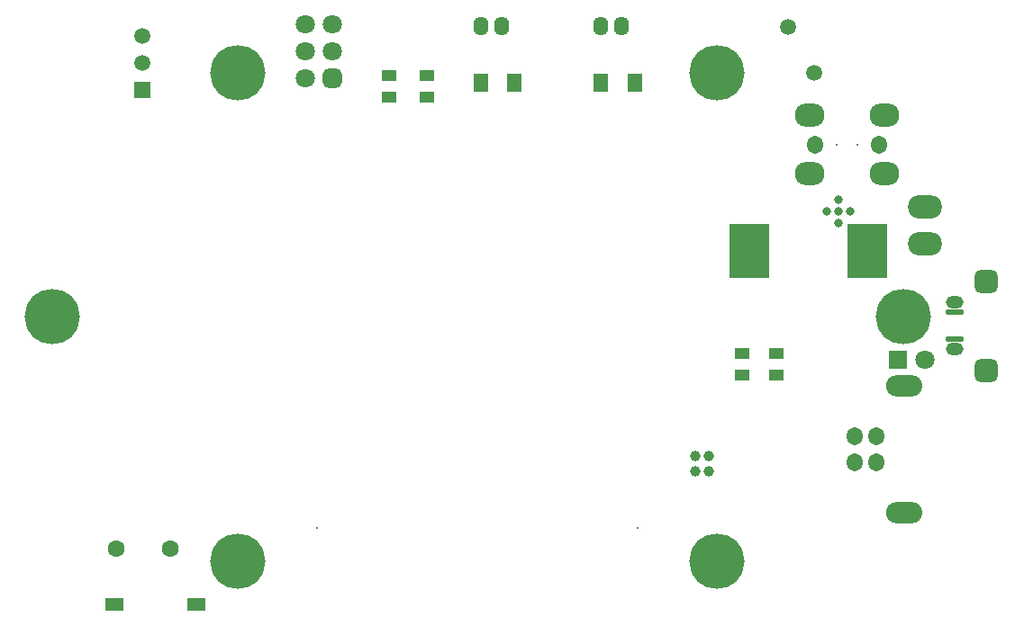
<source format=gts>
G04 Layer_Color=8388736*
%FSLAX44Y44*%
%MOMM*%
G71*
G01*
G75*
%ADD69R,1.4032X1.8032*%
%ADD70R,1.4032X1.1032*%
G04:AMPARAMS|DCode=71|XSize=2.2032mm|YSize=2.2032mm|CornerRadius=0.6016mm|HoleSize=0mm|Usage=FLASHONLY|Rotation=270.000|XOffset=0mm|YOffset=0mm|HoleType=Round|Shape=RoundedRectangle|*
%AMROUNDEDRECTD71*
21,1,2.2032,1.0000,0,0,270.0*
21,1,1.0000,2.2032,0,0,270.0*
1,1,1.2032,-0.5000,-0.5000*
1,1,1.2032,-0.5000,0.5000*
1,1,1.2032,0.5000,0.5000*
1,1,1.2032,0.5000,-0.5000*
%
%ADD71ROUNDEDRECTD71*%
G04:AMPARAMS|DCode=72|XSize=1.7032mm|YSize=0.5832mm|CornerRadius=0.1966mm|HoleSize=0mm|Usage=FLASHONLY|Rotation=0.000|XOffset=0mm|YOffset=0mm|HoleType=Round|Shape=RoundedRectangle|*
%AMROUNDEDRECTD72*
21,1,1.7032,0.1900,0,0,0.0*
21,1,1.3100,0.5832,0,0,0.0*
1,1,0.3932,0.6550,-0.0950*
1,1,0.3932,-0.6550,-0.0950*
1,1,0.3932,-0.6550,0.0950*
1,1,0.3932,0.6550,0.0950*
%
%ADD72ROUNDEDRECTD72*%
%ADD73R,1.8032X1.2032*%
%ADD74R,3.7032X5.2032*%
%ADD75C,0.2032*%
%ADD76C,1.5032*%
%ADD77C,5.2032*%
%ADD78C,1.8032*%
G04:AMPARAMS|DCode=79|XSize=1.8032mm|YSize=1.8032mm|CornerRadius=0.5016mm|HoleSize=0mm|Usage=FLASHONLY|Rotation=270.000|XOffset=0mm|YOffset=0mm|HoleType=Round|Shape=RoundedRectangle|*
%AMROUNDEDRECTD79*
21,1,1.8032,0.8000,0,0,270.0*
21,1,0.8000,1.8032,0,0,270.0*
1,1,1.0032,-0.4000,-0.4000*
1,1,1.0032,-0.4000,0.4000*
1,1,1.0032,0.4000,0.4000*
1,1,1.0032,0.4000,-0.4000*
%
%ADD79ROUNDEDRECTD79*%
%ADD80C,1.0032*%
%ADD81O,1.6532X1.2032*%
%ADD82O,2.2032X1.3032*%
%ADD83O,3.4032X2.0032*%
%ADD84O,1.5032X1.7032*%
%ADD85C,1.6032*%
%ADD86O,1.4032X1.8032*%
%ADD87R,1.5032X1.5032*%
%ADD88O,3.2032X2.2032*%
%ADD89R,1.8032X1.8032*%
%ADD90O,2.8032X2.2032*%
%ADD91C,0.8032*%
D69*
X575566Y520446D02*
D03*
X607566D02*
D03*
X462790D02*
D03*
X494790D02*
D03*
D70*
X740664Y265270D02*
D03*
Y245270D02*
D03*
X708660Y265270D02*
D03*
Y245270D02*
D03*
X412496Y527144D02*
D03*
Y507144D02*
D03*
X377190Y526636D02*
D03*
Y506636D02*
D03*
D71*
X938558Y249592D02*
D03*
Y333592D02*
D03*
D72*
X908558Y304592D02*
D03*
Y278592D02*
D03*
D73*
X195222Y28956D02*
D03*
X118722D02*
D03*
D74*
X715322Y362204D02*
D03*
X826458D02*
D03*
D75*
X309384Y101092D02*
D03*
X610616D02*
D03*
X817212Y462280D02*
D03*
X797212D02*
D03*
D76*
X776532Y529783D02*
D03*
X751532Y573085D02*
D03*
X145034Y538734D02*
D03*
Y564134D02*
D03*
D77*
X60000Y300000D02*
D03*
X860000D02*
D03*
X685000Y70000D02*
D03*
X235000D02*
D03*
X685000Y530000D02*
D03*
X235000D02*
D03*
D78*
X323342Y575400D02*
D03*
Y550000D02*
D03*
X297942Y524600D02*
D03*
Y550000D02*
D03*
Y575400D02*
D03*
X880872Y259588D02*
D03*
D79*
X323342Y524600D02*
D03*
D80*
X677418Y154940D02*
D03*
X664464D02*
D03*
X677418Y168910D02*
D03*
X664464D02*
D03*
D81*
X908558Y269592D02*
D03*
Y313592D02*
D03*
D82*
X938558Y333592D02*
D03*
Y249592D02*
D03*
D83*
X861446Y235360D02*
D03*
Y115160D02*
D03*
D84*
X834446Y187760D02*
D03*
Y162760D02*
D03*
X814446Y187760D02*
D03*
Y162760D02*
D03*
X837212Y462280D02*
D03*
X777212D02*
D03*
D85*
X120450Y82042D02*
D03*
X171450D02*
D03*
D86*
X595630Y573532D02*
D03*
X575630D02*
D03*
X482854D02*
D03*
X462854D02*
D03*
D87*
X145034Y513334D02*
D03*
D88*
X880364Y368834D02*
D03*
Y403834D02*
D03*
D89*
X855472Y259588D02*
D03*
D90*
X772212Y489480D02*
D03*
X842212D02*
D03*
Y435080D02*
D03*
X772212D02*
D03*
D91*
X799084Y388542D02*
D03*
X788084Y399542D02*
D03*
X799084D02*
D03*
X810084D02*
D03*
X799084Y410542D02*
D03*
M02*

</source>
